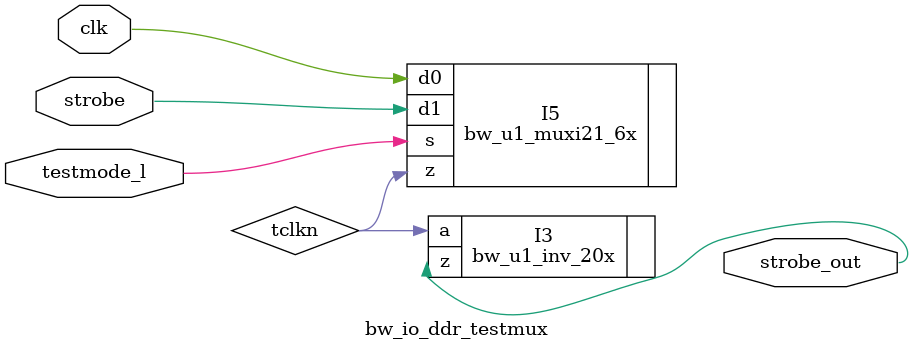
<source format=v>
module bw_io_ddr_testmux(strobe_out ,clk ,testmode_l ,strobe );
output		strobe_out ;
input		clk ;
input		testmode_l ;
input		strobe ;
 
wire		tclkn ;
 
 
bw_u1_inv_20x I3 (
     .z               (strobe_out ),
     .a               (tclkn ) );
bw_u1_muxi21_6x I5 (
     .z               (tclkn ),
     .d0              (clk ),
     .d1              (strobe ),
     .s               (testmode_l ) );
endmodule

</source>
